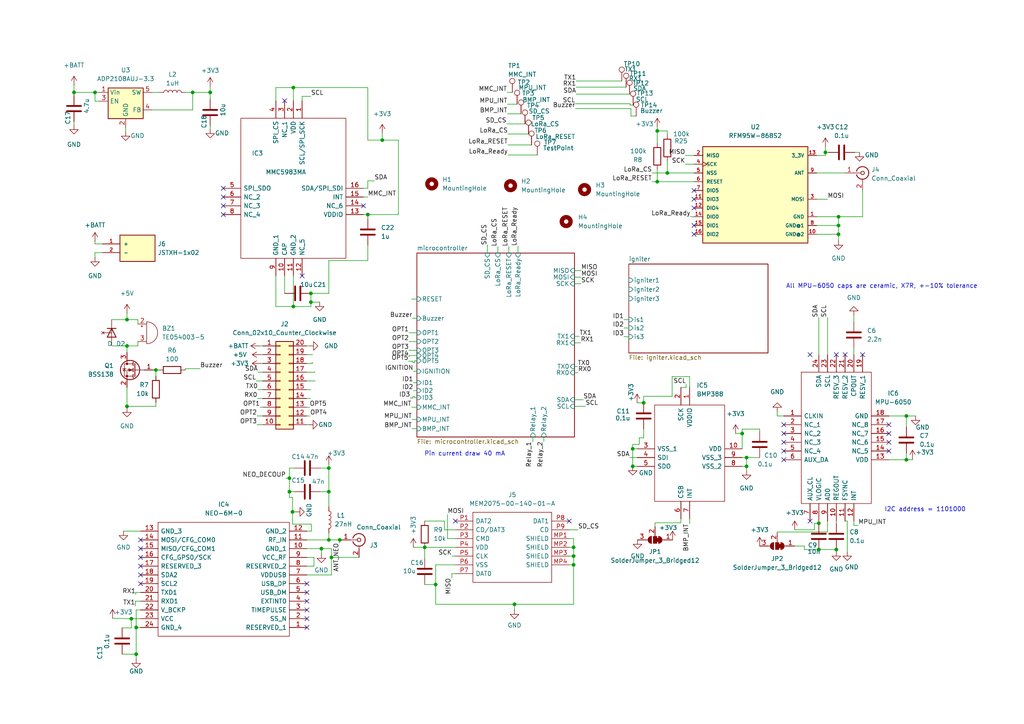
<source format=kicad_sch>
(kicad_sch (version 20211123) (generator eeschema)
  (paper "A4")
  (junction (at 85.09 25.4))
  (junction (at 106.68 62.23))
  (junction (at 36.83 100.33))
  (junction (at 166.37 158.75))
  (junction (at 239.395 44.196))
  (junction (at 126.365 169.545))
  (junction (at 110.871 40.64))
  (junction (at 27.559 26.797))
  (junction (at 242.57 159.385))
  (junction (at 83.947 138.684))
  (junction (at 55.88 26.797))
  (junction (at 95.377 156.591))
  (junction (at 83.947 142.621))
  (junction (at 123.19 158.75))
  (junction (at 243.205 65.405))
  (junction (at 243.205 62.865))
  (junction (at 95.377 135.763))
  (junction (at 60.96 26.797))
  (junction (at 237.49 151.765))
  (junction (at 39.497 181.991))
  (junction (at 215.265 125.73))
  (junction (at 36.83 117.856))
  (junction (at 98.552 156.591))
  (junction (at 36.83 92.71))
  (junction (at 39.497 189.738))
  (junction (at 262.89 133.35))
  (junction (at 190.627 37.973))
  (junction (at 183.515 130.175))
  (junction (at 166.37 163.83))
  (junction (at 90.17 87.63))
  (junction (at 183.515 135.255))
  (junction (at 93.218 159.131))
  (junction (at 96.139 161.671))
  (junction (at 90.17 85.09))
  (junction (at 193.548 50.165))
  (junction (at 237.49 159.385))
  (junction (at 216.535 132.715))
  (junction (at 216.535 135.255))
  (junction (at 85.09 88.9))
  (junction (at 38.1 179.451))
  (junction (at 262.89 120.65))
  (junction (at 21.463 26.797))
  (junction (at 166.37 161.29))
  (junction (at 190.627 52.705))
  (junction (at 45.212 107.315))
  (junction (at 186.69 116.84))
  (junction (at 95.377 142.621))
  (junction (at 84.836 148.463))
  (junction (at 149.225 175.26))
  (junction (at 243.205 67.945))
  (no_connect (at 89.027 181.991))
  (no_connect (at 40.767 169.291))
  (no_connect (at 89.027 174.371))
  (no_connect (at 40.767 161.671))
  (no_connect (at 82.55 29.21))
  (no_connect (at 257.81 123.19))
  (no_connect (at 201.295 65.405))
  (no_connect (at 227.33 128.27))
  (no_connect (at 89.027 169.291))
  (no_connect (at 245.11 102.87))
  (no_connect (at 257.81 125.73))
  (no_connect (at 234.95 151.13))
  (no_connect (at 132.08 151.13))
  (no_connect (at 87.63 80.01))
  (no_connect (at 64.77 62.23))
  (no_connect (at 257.81 130.81))
  (no_connect (at 89.027 176.911))
  (no_connect (at 227.33 133.35))
  (no_connect (at 89.027 179.451))
  (no_connect (at 40.767 159.131))
  (no_connect (at 201.295 55.245))
  (no_connect (at 242.57 102.87))
  (no_connect (at 201.295 57.785))
  (no_connect (at 227.33 123.19))
  (no_connect (at 89.027 171.831))
  (no_connect (at 40.767 166.751))
  (no_connect (at 257.81 128.27))
  (no_connect (at 64.77 54.61))
  (no_connect (at 40.767 164.211))
  (no_connect (at 64.77 57.15))
  (no_connect (at 165.1 151.13))
  (no_connect (at 105.41 59.69))
  (no_connect (at 201.295 67.945))
  (no_connect (at 64.77 59.69))
  (no_connect (at 227.33 125.73))
  (no_connect (at 40.767 156.591))
  (no_connect (at 250.19 102.87))
  (no_connect (at 234.95 102.87))
  (no_connect (at 227.33 130.81))
  (no_connect (at 201.295 60.325))
  (wire (pts (xy 40.767 171.831) (xy 39.37 171.831)))
  (wire (pts (xy 106.68 62.23) (xy 115.57 62.23)))
  (wire (pts (xy 123.19 169.545) (xy 126.365 169.545)))
  (wire (pts (xy 91.059 161.671) (xy 91.059 164.211)))
  (wire (pts (xy 166.624 106.299) (xy 167.513 106.299)))
  (wire (pts (xy 250.19 55.245) (xy 250.19 62.865)))
  (wire (pts (xy 236.855 62.865) (xy 243.205 62.865)))
  (wire (pts (xy 147.066 26.797) (xy 148.59 26.797)))
  (wire (pts (xy 123.19 158.75) (xy 132.08 158.75)))
  (wire (pts (xy 90.17 85.09) (xy 95.377 85.09)))
  (wire (pts (xy 257.81 133.35) (xy 262.89 133.35)))
  (wire (pts (xy 119.507 121.666) (xy 120.904 121.666)))
  (wire (pts (xy 90.297 152.019) (xy 84.836 152.019)))
  (wire (pts (xy 123.19 151.13) (xy 128.905 151.13)))
  (wire (pts (xy 89.027 154.051) (xy 90.297 154.051)))
  (wire (pts (xy 213.36 125.73) (xy 215.265 125.73)))
  (wire (pts (xy 166.624 82.296) (xy 168.529 82.296)))
  (wire (pts (xy 129.794 156.21) (xy 129.794 149.225)))
  (wire (pts (xy 110.871 40.64) (xy 106.68 40.64)))
  (wire (pts (xy 90.297 154.051) (xy 90.297 152.019)))
  (wire (pts (xy 230.505 153.67) (xy 236.22 153.67)))
  (wire (pts (xy 120.269 115.062) (xy 120.269 115.316)))
  (wire (pts (xy 233.299 159.385) (xy 237.49 159.385)))
  (wire (pts (xy 245.745 151.13) (xy 245.11 151.13)))
  (wire (pts (xy 166.624 97.536) (xy 168.021 97.536)))
  (wire (pts (xy 154.559 126.746) (xy 154.559 128.016)))
  (wire (pts (xy 74.676 115.57) (xy 76.2 115.57)))
  (wire (pts (xy 216.535 135.255) (xy 216.535 136.525)))
  (wire (pts (xy 239.395 45.085) (xy 236.855 45.085)))
  (wire (pts (xy 39.497 176.911) (xy 40.767 176.911)))
  (wire (pts (xy 193.548 46.736) (xy 193.548 50.165)))
  (wire (pts (xy 38.1 182.118) (xy 38.1 179.451)))
  (wire (pts (xy 85.344 135.763) (xy 83.947 135.763)))
  (wire (pts (xy 185.42 127) (xy 185.42 128.905)))
  (wire (pts (xy 82.55 80.01) (xy 82.55 85.09)))
  (wire (pts (xy 45.212 117.856) (xy 36.83 117.856)))
  (wire (pts (xy 197.485 150.495) (xy 197.485 151.638)))
  (wire (pts (xy 183.007 31.496) (xy 183.007 33.655)))
  (wire (pts (xy 95.377 142.621) (xy 95.377 146.939)))
  (wire (pts (xy 39.37 171.831) (xy 39.37 172.466)))
  (wire (pts (xy 105.41 54.61) (xy 106.68 54.61)))
  (wire (pts (xy 92.964 135.763) (xy 95.377 135.763)))
  (wire (pts (xy 167.132 23.495) (xy 180.34 23.495)))
  (wire (pts (xy 147.32 42.037) (xy 154.178 42.037)))
  (wire (pts (xy 88.9 100.33) (xy 89.662 100.33)))
  (wire (pts (xy 96.139 161.671) (xy 96.139 159.131)))
  (wire (pts (xy 106.68 52.451) (xy 108.585 52.451)))
  (wire (pts (xy 128.905 151.13) (xy 128.905 153.67)))
  (wire (pts (xy 83.947 144.272) (xy 83.947 142.621)))
  (wire (pts (xy 247.65 151.13) (xy 247.65 152.4)))
  (wire (pts (xy 115.57 40.64) (xy 110.871 40.64)))
  (wire (pts (xy 166.37 158.75) (xy 166.37 156.21)))
  (wire (pts (xy 95.377 85.09) (xy 95.377 75.565)))
  (wire (pts (xy 200.025 150.495) (xy 200.025 151.892)))
  (wire (pts (xy 167.132 25.273) (xy 181.61 25.273)))
  (wire (pts (xy 262.89 120.65) (xy 265.557 120.65)))
  (wire (pts (xy 119.507 124.333) (xy 120.904 124.333)))
  (wire (pts (xy 95.377 154.559) (xy 95.377 156.591)))
  (wire (pts (xy 194.945 114.935) (xy 194.945 109.22)))
  (wire (pts (xy 180.975 97.663) (xy 182.372 97.663)))
  (wire (pts (xy 123.19 158.75) (xy 123.19 161.925)))
  (wire (pts (xy 262.89 120.65) (xy 262.89 123.825)))
  (wire (pts (xy 98.552 156.591) (xy 99.06 156.591)))
  (wire (pts (xy 193.548 37.973) (xy 193.548 39.116)))
  (wire (pts (xy 165.1 158.75) (xy 166.37 158.75)))
  (wire (pts (xy 237.49 92.075) (xy 237.49 102.87)))
  (wire (pts (xy 96.139 166.751) (xy 96.139 161.671)))
  (wire (pts (xy 118.618 101.6) (xy 120.904 101.6)))
  (wire (pts (xy 147.32 38.862) (xy 153.289 38.862)))
  (wire (pts (xy 46.101 107.315) (xy 45.212 107.315)))
  (wire (pts (xy 39.243 174.371) (xy 39.243 175.768)))
  (wire (pts (xy 115.57 62.23) (xy 115.57 40.64)))
  (wire (pts (xy 243.205 62.865) (xy 243.205 65.405)))
  (wire (pts (xy 198.755 45.085) (xy 201.295 45.085)))
  (wire (pts (xy 225.425 120.65) (xy 225.425 119.38)))
  (wire (pts (xy 45.212 109.093) (xy 45.212 107.315)))
  (wire (pts (xy 74.803 107.95) (xy 76.2 107.95)))
  (wire (pts (xy 89.027 159.131) (xy 93.218 159.131)))
  (wire (pts (xy 264.668 133.35) (xy 262.89 133.35)))
  (wire (pts (xy 166.624 115.951) (xy 169.164 115.951)))
  (wire (pts (xy 84.836 148.463) (xy 84.836 144.272)))
  (wire (pts (xy 126.365 163.83) (xy 126.365 169.545)))
  (wire (pts (xy 98.552 156.591) (xy 98.552 157.48)))
  (wire (pts (xy 36.449 36.957) (xy 36.449 38.227)))
  (wire (pts (xy 126.365 169.545) (xy 126.365 175.26)))
  (wire (pts (xy 157.734 126.746) (xy 157.734 128.016)))
  (wire (pts (xy 118.999 115.443) (xy 119.761 115.443)))
  (wire (pts (xy 32.385 100.33) (xy 36.83 100.33)))
  (wire (pts (xy 183.515 128.905) (xy 183.515 130.175)))
  (wire (pts (xy 118.618 99.06) (xy 120.904 99.06)))
  (wire (pts (xy 182.753 30.099) (xy 182.753 30.48)))
  (wire (pts (xy 236.855 65.405) (xy 243.205 65.405)))
  (wire (pts (xy 243.205 65.405) (xy 243.205 67.945)))
  (wire (pts (xy 90.17 87.63) (xy 92.71 87.63)))
  (wire (pts (xy 236.22 153.67) (xy 236.22 151.765)))
  (wire (pts (xy 243.205 67.945) (xy 243.205 69.85)))
  (wire (pts (xy 167.132 27.305) (xy 182.626 27.305)))
  (wire (pts (xy 89.027 161.671) (xy 91.059 161.671)))
  (wire (pts (xy 35.814 154.051) (xy 40.767 154.051)))
  (wire (pts (xy 38.1 179.451) (xy 40.767 179.451)))
  (wire (pts (xy 118.491 104.775) (xy 119.761 104.775)))
  (wire (pts (xy 60.96 26.797) (xy 60.96 28.829)))
  (wire (pts (xy 88.9 107.95) (xy 91.313 107.95)))
  (wire (pts (xy 36.83 112.395) (xy 36.83 117.856)))
  (wire (pts (xy 128.905 153.67) (xy 132.08 153.67)))
  (wire (pts (xy 166.37 156.21) (xy 165.1 156.21)))
  (wire (pts (xy 84.836 148.463) (xy 85.725 148.463)))
  (wire (pts (xy 216.535 132.715) (xy 216.535 135.255)))
  (wire (pts (xy 92.964 142.621) (xy 95.377 142.621)))
  (wire (pts (xy 215.265 124.46) (xy 220.345 124.46)))
  (wire (pts (xy 75.692 102.87) (xy 76.2 102.87)))
  (wire (pts (xy 36.83 100.33) (xy 40.005 100.33)))
  (wire (pts (xy 182.626 132.715) (xy 184.785 132.715)))
  (wire (pts (xy 242.57 151.13) (xy 242.57 151.765)))
  (wire (pts (xy 32.639 179.324) (xy 38.1 179.451)))
  (wire (pts (xy 40.005 93.98) (xy 40.005 92.71)))
  (wire (pts (xy 247.65 152.4) (xy 248.92 152.4)))
  (wire (pts (xy 87.63 27.94) (xy 90.17 27.94)))
  (wire (pts (xy 119.38 86.741) (xy 120.904 86.741)))
  (wire (pts (xy 39.497 191.135) (xy 39.497 189.738)))
  (wire (pts (xy 119.761 104.775) (xy 119.761 105.156)))
  (wire (pts (xy 120.269 115.316) (xy 120.904 115.316)))
  (wire (pts (xy 236.855 50.165) (xy 245.11 50.165)))
  (wire (pts (xy 95.377 75.565) (xy 106.68 75.565)))
  (wire (pts (xy 106.68 62.23) (xy 106.68 63.5)))
  (wire (pts (xy 89.027 164.211) (xy 91.059 164.211)))
  (wire (pts (xy 120.269 105.156) (xy 120.269 104.648)))
  (wire (pts (xy 36.83 117.856) (xy 36.83 118.364)))
  (wire (pts (xy 88.9 105.41) (xy 90.551 105.41)))
  (wire (pts (xy 39.497 181.991) (xy 40.767 181.991)))
  (wire (pts (xy 237.49 151.13) (xy 237.49 151.765)))
  (wire (pts (xy 236.855 57.785) (xy 240.03 57.785)))
  (wire (pts (xy 96.139 161.671) (xy 104.14 161.671)))
  (wire (pts (xy 149.225 175.26) (xy 166.37 175.26)))
  (wire (pts (xy 95.377 156.591) (xy 98.552 156.591)))
  (wire (pts (xy 216.535 132.715) (xy 220.345 132.715)))
  (wire (pts (xy 239.395 44.196) (xy 240.284 44.196)))
  (wire (pts (xy 93.218 159.131) (xy 96.139 159.131)))
  (wire (pts (xy 131.064 166.37) (xy 132.08 166.37)))
  (wire (pts (xy 166.878 31.496) (xy 183.007 31.496)))
  (wire (pts (xy 240.03 92.075) (xy 240.03 102.87)))
  (wire (pts (xy 36.83 90.805) (xy 36.83 92.71)))
  (wire (pts (xy 154.559 128.016) (xy 154.432 128.016)))
  (wire (pts (xy 90.17 85.09) (xy 90.17 87.63)))
  (wire (pts (xy 247.65 100.965) (xy 247.65 102.87)))
  (wire (pts (xy 166.624 108.077) (xy 167.64 108.077)))
  (wire (pts (xy 141.351 71.12) (xy 141.478 71.12)))
  (wire (pts (xy 55.88 26.797) (xy 60.96 26.797)))
  (wire (pts (xy 147.574 71.501) (xy 147.574 73.406)))
  (wire (pts (xy 189.103 50.165) (xy 193.548 50.165)))
  (wire (pts (xy 239.395 42.545) (xy 239.395 44.196)))
  (wire (pts (xy 83.947 142.621) (xy 85.344 142.621)))
  (wire (pts (xy 27.559 70.739) (xy 27.559 69.977)))
  (wire (pts (xy 186.69 114.935) (xy 194.945 114.935)))
  (wire (pts (xy 189.992 151.638) (xy 197.485 151.638)))
  (wire (pts (xy 83.947 138.684) (xy 83.947 142.621)))
  (wire (pts (xy 90.17 88.9) (xy 85.09 88.9)))
  (wire (pts (xy 88.9 113.03) (xy 90.17 113.03)))
  (wire (pts (xy 200.025 109.22) (xy 200.025 112.395)))
  (wire (pts (xy 87.63 29.21) (xy 87.63 27.94)))
  (wire (pts (xy 106.68 25.4) (xy 85.09 25.4)))
  (wire (pts (xy 53.721 106.934) (xy 53.721 107.315)))
  (wire (pts (xy 190.627 36.83) (xy 190.627 37.973)))
  (wire (pts (xy 194.945 109.22) (xy 200.025 109.22)))
  (wire (pts (xy 190.627 52.705) (xy 201.295 52.705)))
  (wire (pts (xy 28.829 29.337) (xy 27.559 29.337)))
  (wire (pts (xy 119.634 92.329) (xy 120.904 92.329)))
  (wire (pts (xy 166.37 161.29) (xy 166.37 158.75)))
  (wire (pts (xy 95.377 135.763) (xy 95.377 142.621)))
  (wire (pts (xy 21.463 26.797) (xy 21.463 27.686)))
  (wire (pts (xy 120.269 104.648) (xy 120.904 104.648)))
  (wire (pts (xy 118.618 103.124) (xy 120.904 103.124)))
  (wire (pts (xy 35.433 182.118) (xy 38.1 182.118)))
  (wire (pts (xy 126.365 175.26) (xy 149.225 175.26)))
  (wire (pts (xy 180.975 95.123) (xy 182.372 95.123)))
  (wire (pts (xy 215.265 130.175) (xy 215.265 125.73)))
  (wire (pts (xy 88.9 115.57) (xy 90.043 115.57)))
  (wire (pts (xy 91.313 107.95) (xy 91.313 107.823)))
  (wire (pts (xy 183.515 130.175) (xy 183.515 135.255)))
  (wire (pts (xy 60.96 36.449) (xy 60.96 37.465)))
  (wire (pts (xy 95.377 134.747) (xy 95.377 135.763)))
  (wire (pts (xy 28.829 26.797) (xy 27.559 26.797)))
  (wire (pts (xy 245.745 160.02) (xy 245.745 151.13)))
  (wire (pts (xy 88.9 118.11) (xy 89.789 118.11)))
  (wire (pts (xy 166.878 30.099) (xy 182.753 30.099)))
  (wire (pts (xy 215.265 135.255) (xy 216.535 135.255)))
  (wire (pts (xy 85.09 29.21) (xy 85.09 25.4)))
  (wire (pts (xy 75.692 105.41) (xy 76.2 105.41)))
  (wire (pts (xy 240.03 154.305) (xy 225.425 154.305)))
  (wire (pts (xy 149.987 30.226) (xy 147.193 30.226)))
  (wire (pts (xy 55.88 26.797) (xy 55.88 31.877)))
  (wire (pts (xy 237.49 159.385) (xy 242.57 159.385)))
  (wire (pts (xy 90.17 87.63) (xy 90.17 88.9)))
  (wire (pts (xy 199.009 112.395) (xy 199.009 111.506)))
  (wire (pts (xy 119.888 110.998) (xy 120.904 110.998)))
  (wire (pts (xy 106.68 40.64) (xy 106.68 25.4)))
  (wire (pts (xy 225.425 154.305) (xy 225.425 154.559)))
  (wire (pts (xy 119.888 158.75) (xy 123.19 158.75)))
  (wire (pts (xy 76.2 120.65) (xy 74.549 120.65)))
  (wire (pts (xy 242.57 159.385) (xy 242.57 160.02)))
  (wire (pts (xy 27.559 29.337) (xy 27.559 26.797)))
  (wire (pts (xy 215.265 125.73) (xy 215.265 124.46)))
  (wire (pts (xy 74.803 113.03) (xy 76.2 113.03)))
  (wire (pts (xy 165.1 161.29) (xy 166.37 161.29)))
  (wire (pts (xy 119.888 113.284) (xy 120.904 113.284)))
  (wire (pts (xy 36.83 92.71) (xy 32.385 92.71)))
  (wire (pts (xy 243.205 62.865) (xy 250.19 62.865)))
  (wire (pts (xy 166.624 117.856) (xy 169.799 117.856)))
  (wire (pts (xy 118.618 103.505) (xy 118.618 103.124)))
  (wire (pts (xy 198.755 47.625) (xy 201.295 47.625)))
  (wire (pts (xy 105.41 57.15) (xy 106.68 57.15)))
  (wire (pts (xy 184.785 135.255) (xy 183.515 135.255)))
  (wire (pts (xy 35.433 189.738) (xy 39.497 189.738)))
  (wire (pts (xy 21.463 24.638) (xy 21.463 26.797)))
  (wire (pts (xy 165.1 163.83) (xy 166.37 163.83)))
  (wire (pts (xy 85.09 25.4) (xy 80.01 25.4)))
  (wire (pts (xy 155.829 44.958) (xy 147.32 44.958)))
  (wire (pts (xy 27.559 70.739) (xy 29.718 70.739)))
  (wire (pts (xy 75.311 100.33) (xy 76.2 100.33)))
  (wire (pts (xy 44.069 26.797) (xy 46.228 26.797)))
  (wire (pts (xy 185.42 128.905) (xy 183.515 128.905)))
  (wire (pts (xy 75.438 118.11) (xy 76.2 118.11)))
  (wire (pts (xy 39.497 189.738) (xy 39.497 181.991)))
  (wire (pts (xy 27.559 73.279) (xy 27.559 74.676)))
  (wire (pts (xy 147.193 33.02) (xy 151.13 33.02)))
  (wire (pts (xy 239.395 44.196) (xy 239.395 45.085)))
  (wire (pts (xy 39.497 181.991) (xy 39.497 176.911)))
  (wire (pts (xy 80.01 80.01) (xy 80.01 88.9)))
  (wire (pts (xy 233.299 158.369) (xy 233.299 159.385)))
  (wire (pts (xy 60.96 25.019) (xy 60.96 26.797)))
  (wire (pts (xy 82.931 138.684) (xy 83.947 138.684)))
  (wire (pts (xy 230.505 158.369) (xy 233.299 158.369)))
  (wire (pts (xy 119.761 115.443) (xy 119.761 115.062)))
  (wire (pts (xy 119.761 115.062) (xy 120.269 115.062)))
  (wire (pts (xy 166.624 99.441) (xy 168.402 99.441)))
  (wire (pts (xy 166.37 175.26) (xy 166.37 163.83)))
  (wire (pts (xy 27.559 26.797) (xy 21.463 26.797)))
  (wire (pts (xy 88.9 110.49) (xy 91.44 110.49)))
  (wire (pts (xy 257.81 120.65) (xy 262.89 120.65)))
  (wire (pts (xy 105.41 62.23) (xy 106.68 62.23)))
  (wire (pts (xy 131.064 166.37) (xy 131.064 167.64)))
  (wire (pts (xy 131.064 161.29) (xy 132.08 161.29)))
  (wire (pts (xy 200.279 62.865) (xy 201.295 62.865)))
  (wire (pts (xy 247.65 91.44) (xy 247.65 93.345)))
  (wire (pts (xy 21.463 35.306) (xy 21.463 36.322)))
  (wire (pts (xy 262.89 133.35) (xy 262.89 131.445)))
  (wire (pts (xy 88.9 123.19) (xy 89.535 123.19)))
  (wire (pts (xy 89.027 166.751) (xy 96.139 166.751)))
  (wire (pts (xy 146.939 35.941) (xy 152.273 35.941)))
  (wire (pts (xy 166.37 163.83) (xy 166.37 161.29)))
  (wire (pts (xy 74.295 110.49) (xy 76.2 110.49)))
  (wire (pts (xy 119.888 107.696) (xy 120.904 107.696)))
  (wire (pts (xy 180.975 92.71) (xy 182.372 92.71)))
  (wire (pts (xy 240.03 151.13) (xy 240.03 154.305)))
  (wire (pts (xy 132.08 163.83) (xy 126.365 163.83)))
  (wire (pts (xy 53.848 26.797) (xy 55.88 26.797)))
  (wire (pts (xy 80.01 88.9) (xy 85.09 88.9)))
  (wire (pts (xy 45.212 116.713) (xy 45.212 117.856)))
  (wire (pts (xy 166.624 80.391) (xy 168.529 80.391)))
  (wire (pts (xy 197.485 112.395) (xy 199.009 112.395)))
  (wire (pts (xy 184.785 116.84) (xy 186.69 116.84)))
  (wire (pts (xy 83.947 135.763) (xy 83.947 138.684)))
  (wire (pts (xy 55.88 31.877) (xy 44.069 31.877)))
  (wire (pts (xy 40.005 100.33) (xy 40.005 99.06)))
  (wire (pts (xy 185.42 127) (xy 186.69 127)))
  (wire (pts (xy 183.515 130.175) (xy 184.785 130.175)))
  (wire (pts (xy 165.1 153.67) (xy 167.64 153.67)))
  (wire (pts (xy 166.624 78.486) (xy 168.529 78.486)))
  (wire (pts (xy 190.627 37.973) (xy 190.627 41.529)))
  (wire (pts (xy 186.69 127) (xy 186.69 124.46)))
  (wire (pts (xy 119.38 118.11) (xy 120.904 118.11)))
  (wire (pts (xy 85.09 88.9) (xy 85.09 80.01)))
  (wire (pts (xy 80.01 25.4) (xy 80.01 29.21)))
  (wire (pts (xy 236.22 151.765) (xy 237.49 151.765)))
  (wire (pts (xy 119.761 105.156) (xy 120.269 105.156)))
  (wire (pts (xy 90.551 105.156) (xy 90.678 105.156)))
  (wire (pts (xy 220.345 124.46) (xy 220.345 125.095)))
  (wire (pts (xy 93.218 159.131) (xy 93.218 160.655)))
  (wire (pts (xy 40.767 174.371) (xy 39.243 174.371)))
  (wire (pts (xy 90.551 105.41) (xy 90.551 105.156)))
  (wire (pts (xy 132.08 156.21) (xy 129.794 156.21)))
  (wire (pts (xy 141.351 73.406) (xy 141.351 71.12)))
  (wire (pts (xy 45.212 107.315) (xy 44.45 107.315)))
  (wire (pts (xy 215.265 132.715) (xy 216.535 132.715)))
  (wire (pts (xy 144.399 71.501) (xy 144.399 73.406)))
  (wire (pts (xy 58.039 106.934) (xy 53.721 106.934)))
  (wire (pts (xy 89.027 156.591) (xy 95.377 156.591)))
  (wire (pts (xy 190.627 49.149) (xy 190.627 52.705)))
  (wire (pts (xy 84.836 144.272) (xy 83.947 144.272)))
  (wire (pts (xy 193.548 50.165) (xy 201.295 50.165)))
  (wire (pts (xy 236.855 67.945) (xy 243.205 67.945)))
  (wire (pts (xy 182.753 30.48) (xy 183.642 30.48)))
  (wire (pts (xy 36.83 100.33) (xy 36.83 102.235)))
  (wire (pts (xy 247.904 44.196) (xy 249.301 44.196)))
  (wire (pts (xy 106.68 75.565) (xy 106.68 71.12)))
  (wire (pts (xy 27.559 73.279) (xy 29.718 73.279)))
  (wire (pts (xy 40.005 92.71) (xy 36.83 92.71)))
  (wire (pts (xy 76.2 123.19) (xy 74.549 123.19)))
  (wire (pts (xy 186.69 116.84) (xy 186.69 114.935)))
  (wire (pts (xy 227.33 120.65) (xy 225.425 120.65)))
  (wire (pts (xy 190.627 37.973) (xy 193.548 37.973)))
  (wire (pts (xy 110.871 38.608) (xy 110.871 40.64)))
  (wire (pts (xy 88.9 102.87) (xy 90.678 102.87)))
  (wire (pts (xy 189.992 151.638) (xy 189.992 152.781)))
  (wire (pts (xy 88.9 120.65) (xy 89.916 120.65)))
  (wire (pts (xy 106.68 54.61) (xy 106.68 52.451)))
  (wire (pts (xy 150.241 71.374) (xy 150.241 73.406)))
  (wire (pts (xy 264.668 133.096) (xy 264.668 133.35)))
  (wire (pts (xy 149.225 176.911) (xy 149.225 175.26)))
  (wire (pts (xy 118.618 96.52) (xy 120.904 96.52)))
  (wire (pts (xy 183.007 33.655) (xy 184.531 33.655)))
  (wire (pts (xy 189.103 52.705) (xy 190.627 52.705)))
  (wire (pts (xy 84.836 152.019) (xy 84.836 148.463)))
  (text "I2C address = 1101000" (at 256.54 148.59 0) (effects (font (size 1.27 1.27)) (justify left bottom)))
  (text "All MPU-6050 caps are ceramic, X7R, +-10% tolerance" (at 227.965 83.82 0) (effects (font (size 1.27 1.27)) (justify left bottom)))
  (text "Pin current draw 40 mA\n" (at 123.063 132.461 0) (effects (font (size 1.27 1.27)) (justify left bottom)))
  (label "RX0" (at 167.64 108.077 0))
  (label "SCL" (at 240.03 92.075 90))
  (label "Buzzer" (at 119.634 92.329 180))
  (label "LoRa_Ready" (at 200.279 62.865 180))
  (label "LoRa_CS" (at 147.32 38.862 180))
  (label "SDA" (at 74.803 107.95 180))
  (label "SD_CS" (at 141.478 71.12 90))
  (label "RX1" (at 167.132 25.273 180))
  (label "BMP_INT" (at 119.507 124.333 180))
  (label "TX0" (at 74.803 113.03 180))
  (label "SCL" (at 166.878 30.099 180))
  (label "SD_CS" (at 167.64 153.67 0))
  (label "MPU_INT" (at 248.92 152.4 0))
  (label "TX1" (at 168.021 97.536 0))
  (label "ANT_NEO" (at 98.552 157.48 270))
  (label "OPT1" (at 75.438 118.11 180))
  (label "SCL" (at 90.17 27.94 0))
  (label "MPU_INT" (at 147.193 30.226 180))
  (label "LoRa_CS" (at 144.399 71.501 90))
  (label "OPT3" (at 118.618 101.6 180))
  (label "LoRa_Ready" (at 150.241 71.374 90))
  (label "SCK" (at 168.529 82.296 0))
  (label "OPT4" (at 118.618 103.505 180))
  (label "BMP_INT" (at 200.025 151.892 270))
  (label "MMC_INT" (at 119.38 118.11 180))
  (label "SCK" (at 131.064 161.29 180))
  (label "OPT2" (at 118.618 99.06 180))
  (label "LoRa_CS" (at 189.103 50.165 180))
  (label "SCK" (at 198.755 47.625 180))
  (label "MISO" (at 168.529 78.486 0))
  (label "SDA" (at 108.585 52.451 0))
  (label "MOSI" (at 129.794 149.225 0))
  (label "MOSI" (at 168.529 80.391 0))
  (label "SDA" (at 237.49 92.075 90))
  (label "SDA" (at 167.132 27.305 180))
  (label "ID3" (at 180.975 97.663 180))
  (label "Relay_2" (at 157.734 128.016 270))
  (label "Relay_1" (at 154.432 128.016 270))
  (label "SCL" (at 74.295 110.49 180))
  (label "SDA" (at 169.164 115.951 0))
  (label "MMC_INT" (at 106.68 57.15 0))
  (label "TX0" (at 167.513 106.299 0))
  (label "OPT3" (at 74.549 123.19 180))
  (label "ID1" (at 119.888 110.998 180))
  (label "MMC_INT" (at 147.066 26.797 180))
  (label "ID1" (at 180.975 92.71 180))
  (label "NEO_DECOUP" (at 82.931 138.684 180))
  (label "SD_CS" (at 146.939 35.941 180))
  (label "LoRa_RESET" (at 147.574 71.501 90))
  (label "RX0" (at 74.676 115.57 180))
  (label "ID2" (at 180.975 95.123 180))
  (label "OPT5" (at 118.491 104.775 180))
  (label "SCL" (at 199.009 111.506 180))
  (label "LoRa_RESET" (at 189.103 52.705 180))
  (label "Buzzer" (at 166.878 31.496 180))
  (label "TX1" (at 39.243 175.768 180))
  (label "RX1" (at 39.37 172.466 180))
  (label "RX1" (at 168.402 99.441 0))
  (label "TX1" (at 167.132 23.495 180))
  (label "LoRa_Ready" (at 147.32 44.958 180))
  (label "IGNITION" (at 119.888 107.696 180))
  (label "ID3" (at 118.999 115.443 180))
  (label "OPT2" (at 74.549 120.65 180))
  (label "SDA" (at 182.626 132.715 180))
  (label "OPT1" (at 118.618 96.52 180))
  (label "MISO" (at 131.064 167.64 270))
  (label "BMP_INT" (at 147.193 33.02 180))
  (label "LoRa_RESET" (at 147.32 42.037 180))
  (label "SCL" (at 169.799 117.856 0))
  (label "OPT4" (at 89.916 120.65 0))
  (label "OPT5" (at 89.789 118.11 0))
  (label "Buzzer" (at 58.039 106.934 0))
  (label "ID2" (at 119.888 113.284 180))
  (label "MPU_INT" (at 119.507 121.666 180))
  (label "MOSI" (at 240.03 57.785 0))
  (label "MISO" (at 198.755 45.085 180))
  (symbol (lib_id "Device:C") (at 186.69 120.65 0) (mirror y) (unit 1)
    (property "Reference" "C11" (at 178.816 119.253 0) (effects (justify right)))
    (property "Value" "0.1u" (at 178.435 121.285 0) (effects (justify right)))
    (property "Footprint" "Capacitor_SMD:C_0603_1608Metric" (effects hide))
  )
  (symbol (lib_id "power:+3V3") (at 95.377 134.747 0) (unit 1)
    (property "Reference" "#PWR019" (effects hide))
    (property "Value" "+3V3" (at 97.536 131.445 0))
  )
  (symbol (lib_id "power:+BATT") (at 27.559 69.977 0) (unit 1)
    (property "Reference" "#PWR015" (effects hide))
    (property "Value" "+BATT" (at 27.559 65.278 0))
  )
  (symbol (lib_id "power:GND") (at 183.515 135.255 0) (unit 1)
    (property "Reference" "#PWR024" (effects hide))
    (property "Value" "GND" (at 187.325 137.16 0))
  )
  (symbol (lib_id "power:GND") (at 39.497 191.135 0) (unit 1)
    (property "Reference" "#PWR08" (effects hide))
    (property "Value" "GND" (at 39.497 194.691 0))
  )
  (symbol (lib_id "power:GND") (at 89.535 123.19 90) (unit 1)
    (property "Reference" "#PWR040" (effects hide))
    (property "Value" "GND" (at 92.329 123.19 90) (effects (justify right)))
  )
  (symbol (lib_id "Device:C") (at 242.57 155.575 0) (unit 1)
    (property "Reference" "C8" (at 246.38 154.3049 0) (effects (justify left)))
    (property "Value" "0.1u" (at 246.38 156.8449 0) (effects (justify left)))
    (property "Footprint" "Capacitor_SMD:C_0603_1608Metric" (effects hide))
  )
  (symbol (lib_id "Device:R") (at 190.627 45.339 180) (unit 1)
    (property "Reference" "R8" (at 186.309 46.355 0) (effects (justify left)))
    (property "Value" "100k" (at 187.579 43.815 0) (effects (justify left)))
    (property "Footprint" "Resistor_SMD:R_0603_1608Metric" (effects hide))
  )
  (symbol (lib_id "Device:L") (at 50.038 26.797 90) (unit 1)
    (property "Reference" "L2" (at 50.038 21.59 90))
    (property "Value" "1uH" (at 50.038 24.13 90))
    (property "Footprint" "Inductor_SMD:L_0805_2012Metric" (effects hide))
  )
  (symbol (lib_id "power:+3V3") (at 184.785 116.84 0) (unit 1)
    (property "Reference" "#PWR025" (effects hide))
    (property "Value" "+3V3" (at 183.007 116.459 90) (effects (justify left)))
  )
  (symbol (lib_id "power:GND") (at 21.463 36.322 0) (unit 1)
    (property "Reference" "#PWR0116" (effects hide))
    (property "Value" "GND" (at 21.463 41.91 0))
  )
  (symbol (lib_id "power:+3V3") (at 119.888 158.75 0) (unit 1)
    (property "Reference" "#PWR022" (effects hide))
    (property "Value" "+3V3" (at 119.888 154.94 90) (effects (justify left)))
  )
  (symbol (lib_id "Connector:TestPoint") (at 184.531 33.655 0) (unit 1)
    (property "Reference" "TP14" (at 185.801 30.48 0) (effects (justify left)))
    (property "Value" "Buzzer" (at 185.674 32.131 0) (effects (justify left)))
    (property "Footprint" "TestPoint:TestPoint_Pad_D1.0mm" (effects hide))
  )
  (symbol (lib_id "power:GND") (at 60.96 37.465 0) (unit 1)
    (property "Reference" "#PWR0105" (effects hide))
    (property "Value" "GND" (at 64.389 38.608 0))
  )
  (symbol (lib_id "power:GND") (at 149.225 176.911 0) (unit 1)
    (property "Reference" "#PWR023" (effects hide))
    (property "Value" "GND" (at 149.225 181.356 0))
  )
  (symbol (lib_id "Device:C") (at 262.89 127.635 0) (unit 1)
    (property "Reference" "C7" (at 266.7 126.3649 0) (effects (justify left)))
    (property "Value" "0.1u" (at 266.7 128.9049 0) (effects (justify left)))
    (property "Footprint" "Capacitor_SMD:C_0603_1608Metric" (effects hide))
  )
  (symbol (lib_id "Device:R") (at 193.548 42.926 0) (mirror x) (unit 1)
    (property "Reference" "R25" (at 195.58 40.894 0) (effects (justify left)))
    (property "Value" "100k" (at 195.199 38.862 0) (effects (justify left)))
    (property "Footprint" "Resistor_SMD:R_0603_1608Metric" (effects hide))
  )
  (symbol (lib_id "power:+3V3") (at 32.639 179.324 0) (mirror y) (unit 1)
    (property "Reference" "#PWR03" (effects hide))
    (property "Value" "+3V3" (at 35.814 177.546 0))
  )
  (symbol (lib_id "Device:C") (at 35.433 185.928 0) (unit 1)
    (property "Reference" "C13" (at 28.956 189.357 90))
    (property "Value" "0.1u" (at 30.988 186.055 90))
    (property "Footprint" "Capacitor_SMD:C_0603_1608Metric" (effects hide))
  )
  (symbol (lib_id "Device:C") (at 123.19 165.735 0) (unit 1)
    (property "Reference" "C16" (at 118.999 163.195 0) (effects (justify left)))
    (property "Value" "10u" (at 116.84 165.608 0) (effects (justify left)))
    (property "Footprint" "Capacitor_SMD:C_0603_1608Metric" (effects hide))
  )
  (symbol (lib_id "power:GND") (at 245.745 160.02 0) (unit 1)
    (property "Reference" "#PWR033" (effects hide))
    (property "Value" "GND" (at 247.015 164.465 0))
  )
  (symbol (lib_id "Connector:TestPoint") (at 153.289 38.862 0) (unit 1)
    (property "Reference" "TP5" (at 154.305 34.163 0) (effects (justify left)))
    (property "Value" "LoRa_CS" (at 153.924 35.941 0) (effects (justify left)))
    (property "Footprint" "TestPoint:TestPoint_Pad_D1.0mm" (effects hide))
  )
  (symbol (lib_id "power:GND") (at 85.725 148.463 90) (unit 1)
    (property "Reference" "#PWR014" (effects hide))
    (property "Value" "GND" (at 89.662 147.955 0))
  )
  (symbol (lib_id "Mechanical:MountingHole") (at 169.545 54.991 0) (unit 1)
    (property "Reference" "H3" (at 172.72 53.7209 0) (effects (justify left)))
    (property "Value" "MountingHole" (at 172.72 56.2609 0) (effects (justify left)))
    (property "Footprint" "MountingHole:MountingHole_3.2mm_M3" (effects hide))
  )
  (symbol (lib_id "Connector:TestPoint") (at 151.13 33.02 0) (unit 1)
    (property "Reference" "TP3" (at 151.384 27.051 0) (effects (justify left)))
    (property "Value" "BMP_INT" (at 151.511 28.956 0) (effects (justify left)))
    (property "Footprint" "TestPoint:TestPoint_Pad_D1.0mm" (effects hide))
  )
  (symbol (lib_id "Device:L") (at 95.377 150.749 0) (unit 1)
    (property "Reference" "L1" (at 97.663 149.4789 0) (effects (justify left)))
    (property "Value" "27nH" (at 97.028 152.019 0) (effects (justify left)))
    (property "Footprint" "Inductor_SMD:L_0402_1005Metric" (effects hide))
  )
  (symbol (lib_id "power:+5V") (at 36.83 90.805 0) (unit 1)
    (property "Reference" "#PWR04" (effects hide))
    (property "Value" "+5V" (at 36.83 85.09 0))
  )
  (symbol (lib_id "Device:C") (at 89.154 135.763 90) (unit 1)
    (property "Reference" "C14" (at 86.487 132.461 90))
    (property "Value" "47n" (at 90.551 132.461 90))
    (property "Footprint" "Capacitor_SMD:C_0603_1608Metric" (effects hide))
  )
  (symbol (lib_id "Device:R") (at 49.911 107.315 270) (mirror x) (unit 1)
    (property "Reference" "R6" (at 49.911 101.6 90))
    (property "Value" "100" (at 49.911 104.14 90))
    (property "Footprint" "Resistor_SMD:R_0603_1608Metric" (effects hide))
  )
  (symbol (lib_id "Device:C") (at 106.68 67.31 0) (unit 1)
    (property "Reference" "C22" (at 110.49 66.0399 0) (effects (justify left)))
    (property "Value" "1u" (at 110.49 68.5799 0) (effects (justify left)))
    (property "Footprint" "Capacitor_SMD:C_0603_1608Metric" (effects hide))
  )
  (symbol (lib_id "power:+3V3") (at 239.395 42.545 0) (unit 1)
    (property "Reference" "#PWR0102" (effects hide))
    (property "Value" "+3V3" (at 239.395 36.83 0))
  )
  (symbol (lib_id "Connector:TestPoint") (at 148.59 26.797 0) (unit 1)
    (property "Reference" "TP1" (at 147.32 19.05 0) (effects (justify left)))
    (property "Value" "MMC_INT" (at 147.32 21.59 0) (effects (justify left)))
    (property "Footprint" "TestPoint:TestPoint_Pad_D1.0mm" (effects hide))
  )
  (symbol (lib_id "Connector:TestPoint") (at 183.642 30.48 0) (unit 1)
    (property "Reference" "TP13" (at 184.658 27.051 0) (effects (justify left)))
    (property "Value" "SCL" (at 184.404 28.829 0) (effects (justify left)))
    (property "Footprint" "TestPoint:TestPoint_Pad_D1.0mm" (effects hide))
  )
  (symbol (lib_id "Jumper:SolderJumper_3_Bridged12") (at 225.425 158.369 180) (unit 1)
    (property "Reference" "JP2" (at 225.425 162.052 0))
    (property "Value" "SolderJumper_3_Bridged12" (at 225.425 164.592 0))
    (property "Footprint" "Jumper:SolderJumper-3_P1.3mm_Bridged12_Pad1.0x1.5mm_NumberLabels" (effects hide))
  )
  (symbol (lib_id "Mechanical:MountingHole") (at 125.222 53.34 0) (unit 1)
    (property "Reference" "H1" (at 128.27 52.0699 0) (effects (justify left)))
    (property "Value" "MountingHole" (at 128.27 54.6099 0) (effects (justify left)))
    (property "Footprint" "MountingHole:MountingHole_3.2mm_M3" (effects hide))
  )
  (symbol (lib_id "MMC5983MA:MMC5983MA") (at 64.77 54.61 0) (unit 1)
    (property "Reference" "IC3" (at 74.676 44.45 0))
    (property "Value" "MMC5983MA" (at 82.931 49.911 0))
    (property "Footprint" "Footprint:MMC5983MA" (effects hide))
    (property "Datasheet" "https://www.mouser.com/datasheet/2/821/Memsic_09102019_MMC5983MA_Datasheet_Rev_A-1635338.pdf" (effects hide))
    (property "Description" "3-AXIS MAGNETIC SENSOR" (effects hide))
    (property "Height" "1" (effects hide))
    (property "Manufacturer_Name" "MEMSIC" (effects hide))
    (property "Manufacturer_Part_Number" "MMC5983MA" (effects hide))
    (property "Mouser Part Number" "438-MMC5983MA" (effects hide))
    (property "Mouser Price/Stock" "https://www.mouser.co.uk/ProductDetail/MEMSIC/MMC5983MA?qs=B6kkDfuK7%2FD5qasHMdEt2g%3D%3D" (effects hide))
    (property "Arrow Part Number" "MMC5983MA" (effects hide))
    (property "Arrow Price/Stock" "https://www.arrow.com/en/products/mmc5983ma/memsic?region=europe" (effects hide))
  )
  (symbol (lib_id "power:+3V3") (at 264.668 133.096 0) (mirror y) (unit 1)
    (property "Reference" "#PWR036" (effects hide))
    (property "Value" "+3V3" (at 268.224 131.191 0))
  )
  (symbol (lib_id "power:GND") (at 225.425 119.38 180) (unit 1)
    (property "Reference" "#PWR030" (effects hide))
    (property "Value" "GND" (at 225.425 113.665 0))
  )
  (symbol (lib_id "power:+BATT") (at 75.311 100.33 90) (unit 1)
    (property "Reference" "#PWR011" (effects hide))
    (property "Value" "+BATT" (at 72.136 100.3299 90) (effects (justify left)))
  )
  (symbol (lib_id "Device:R") (at 123.19 154.94 0) (unit 1)
    (property "Reference" "R9" (at 125.73 153.6699 0) (effects (justify left)))
    (property "Value" "10k" (at 125.73 156.2099 0) (effects (justify left)))
    (property "Footprint" "Resistor_SMD:R_0603_1608Metric" (effects hide))
  )
  (symbol (lib_id "power:+3V3") (at 230.505 153.67 0) (unit 1)
    (property "Reference" "#PWR031" (effects hide))
    (property "Value" "+3V3" (at 230.505 148.717 0))
  )
  (symbol (lib_id "power:+3V3") (at 195.072 156.591 0) (mirror y) (unit 1)
    (property "Reference" "#PWR044" (effects hide))
    (property "Value" "+3V3" (at 193.802 153.035 0))
  )
  (symbol (lib_id "power:GND") (at 35.814 154.051 0) (unit 1)
    (property "Reference" "#PWR06" (effects hide))
    (property "Value" "GND" (at 35.814 158.75 0))
  )
  (symbol (lib_id "Connector:TestPoint") (at 155.829 44.958 0) (unit 1)
    (property "Reference" "TP7" (at 157.734 41.275 0) (effects (justify left)))
    (property "Value" "TestPoint" (at 157.48 42.9259 0) (effects (justify left)))
    (property "Footprint" "TestPoint:TestPoint_Pad_D1.0mm" (effects hide))
  )
  (symbol (lib_id "power:+BATT") (at 21.463 24.638 0) (mirror y) (unit 1)
    (property "Reference" "#PWR0115" (effects hide))
    (property "Value" "+BATT" (at 21.463 18.923 0))
  )
  (symbol (lib_id "power:GND") (at 216.535 136.525 0) (unit 1)
    (property "Reference" "#PWR029" (effects hide))
    (property "Value" "GND" (at 216.535 141.605 0))
  )
  (symbol (lib_id "power:GND") (at 184.912 156.591 0) (unit 1)
    (property "Reference" "#PWR027" (effects hide))
    (property "Value" "GND" (at 184.912 161.29 0))
  )
  (symbol (lib_id "Mechanical:MountingHole") (at 164.211 64.262 0) (unit 1)
    (property "Reference" "H4" (at 167.64 62.9919 0) (effects (justify left)))
    (property "Value" "MountingHole" (at 167.64 65.5319 0) (effects (justify left)))
    (property "Footprint" "MountingHole:MountingHole_3.2mm_M3" (effects hide))
  )
  (symbol (lib_id "Device:C") (at 244.094 44.196 90) (unit 1)
    (property "Reference" "C12" (at 244.094 36.83 90))
    (property "Value" "0.1u" (at 244.094 39.37 90))
    (property "Footprint" "Capacitor_SMD:C_0603_1608Metric" (effects hide))
  )
  (symbol (lib_id "power:+5V") (at 75.692 102.87 90) (unit 1)
    (property "Reference" "#PWR012" (effects hide))
    (property "Value" "+5V" (at 71.628 102.8699 90) (effects (justify left)))
  )
  (symbol (lib_id "Connector:TestPoint") (at 154.178 42.037 0) (unit 1)
    (property "Reference" "TP6" (at 154.94 37.846 0) (effects (justify left)))
    (property "Value" "LoRa_RESET" (at 155.321 39.624 0) (effects (justify left)))
    (property "Footprint" "TestPoint:TestPoint_Pad_D1.0mm" (effects hide))
  )
  (symbol (lib_id "power:+3V3") (at 220.345 158.369 0) (unit 1)
    (property "Reference" "#PWR045" (effects hide))
    (property "Value" "+3V3" (at 220.345 153.67 0))
  )
  (symbol (lib_id "Connector:TestPoint") (at 181.61 25.273 0) (unit 1)
    (property "Reference" "TP11" (at 182.626 21.3361 0) (effects (justify left)))
    (property "Value" "RX1" (at 182.372 22.733 0) (effects (justify left)))
    (property "Footprint" "TestPoint:TestPoint_Pad_D1.0mm" (effects hide))
  )
  (symbol (lib_id "Connector:TestPoint") (at 152.273 35.941 0) (unit 1)
    (property "Reference" "TP4" (at 152.781 30.607 0) (effects (justify left)))
    (property "Value" "SD_CS" (at 153.289 32.258 0) (effects (justify left)))
    (property "Footprint" "TestPoint:TestPoint_Pad_D1.0mm" (effects hide))
  )
  (symbol (lib_id "MPU-6050:MPU-6050") (at 227.33 120.65 0) (unit 1)
    (property "Reference" "IC6" (at 259.08 114.0712 0))
    (property "Value" "MPU-6050" (at 259.08 116.6112 0))
    (property "Footprint" "Footprint:MPU6050" (effects hide))
    (property "Datasheet" "https://product.tdk.com/system/files/dam/doc/product/sensor/mortion-inertial/imu/data_sheet/mpu-6000-datasheet1.pdf" (effects hide))
    (property "Description" "IMUs - Inertial Measurement Units 6-Axis MEMS MotionTracking  Device with DMP" (effects hide))
    (property "Height" "0.95" (effects hide))
    (property "Manufacturer_Name" "TDK" (effects hide))
    (property "Manufacturer_Part_Number" "MPU-6050" (effects hide))
    (property "Mouser Part Number" "410-MPU-6050" (effects hide))
    (property "Mouser Price/Stock" "https://www.mouser.co.uk/ProductDetail/TDK-InvenSense/MPU-6050?qs=u4fy%2FsgLU9O14B5JgyQFvg%3D%3D" (effects hide))
    (property "Arrow Part Number" "MPU-6050" (effects hide))
    (property "Arrow Price/Stock" "https://www.arrow.com/en/products/mpu-6050/invensense?region=nac" (effects hide))
  )
  (symbol (lib_id "power:GND") (at 27.559 74.676 0) (unit 1)
    (property "Reference" "#PWR0103" (effects hide))
    (property "Value" "GND" (at 27.559 80.01 0))
  )
  (symbol (lib_id "Device:C") (at 60.96 32.639 180) (unit 1)
    (property "Reference" "C18" (at 59.182 35.306 90))
    (property "Value" "10u" (at 64.643 31.877 90))
    (property "Footprint" "Capacitor_SMD:C_0603_1608Metric" (effects hide))
  )
  (symbol (lib_id "power:GND") (at 93.218 160.655 0) (unit 1)
    (property "Reference" "#PWR018" (effects hide))
    (property "Value" "GND" (at 93.218 165.354 0))
  )
  (symbol (lib_id "Jumper:SolderJumper_3_Bridged12") (at 189.992 156.591 180) (unit 1)
    (property "Reference" "JP1" (at 189.992 160.02 0))
    (property "Value" "SolderJumper_3_Bridged12" (at 189.992 162.56 0))
    (property "Footprint" "Jumper:SolderJumper-3_P1.3mm_Bridged12_Pad1.0x1.5mm_NumberLabels" (effects hide))
  )
  (symbol (lib_id "Connector:Conn_Coaxial") (at 250.19 50.165 0) (unit 1)
    (property "Reference" "J4" (at 252.73 49.1881 0) (effects (justify left)))
    (property "Value" "Conn_Coaxial" (at 252.73 51.7281 0) (effects (justify left)))
    (property "Footprint" "Footprint:RF_Solutions_Ltd.-CON-SMA-EDGE-S-MFG" (effects hide))
    (property "Datasheet" " ~" (effects hide))
  )
  (symbol (lib_id "Device:C") (at 220.345 128.905 0) (unit 1)
    (property "Reference" "C10" (at 221.615 132.08 0) (effects (justify left)))
    (property "Value" "0.1u" (at 219.71 134.62 0) (effects (justify left)))
    (property "Footprint" "Capacitor_SMD:C_0603_1608Metric" (effects hide))
  )
  (symbol (lib_id "XT60PW-M:XT60PW-M") (at 39.878 73.279 0) (unit 1)
    (property "Reference" "J6" (at 45.72 70.7389 0) (effects (justify left)))
    (property "Value" "JSTXH-1x02" (at 45.72 73.2789 0) (effects (justify left)))
    (property "Footprint" "Connector_JST:JST_XH_B2B-XH-AM_1x02_P2.50mm_Vertical" (effects hide))
    (property "STANDARD" "Manufacturer recommendations" (effects hide))
    (property "MAXIMUM_PACKAGE_HEIGHT" "8.4 mm" (effects hide))
    (property "MANUFACTURER" "AMASS" (effects hide))
    (property "PARTREV" "V1.2" (effects hide))
  )
  (symbol (lib_id "Device:R") (at 45.212 112.903 0) (mirror x) (unit 1)
    (property "Reference" "R7" (at 43.18 111.6329 0) (effects (justify right)))
    (property "Value" "10k" (at 43.18 114.1729 0) (effects (justify right)))
    (property "Footprint" "Resistor_SMD:R_0603_1608Metric" (effects hide))
  )
  (symbol (lib_id "Device:C") (at 21.463 31.496 180) (unit 1)
    (property "Reference" "C17" (at 19.685 34.163 90))
    (property "Value" "4.7u" (at 25.146 30.734 90))
    (property "Footprint" "Capacitor_SMD:C_0603_1608Metric" (effects hide))
  )
  (symbol (lib_id "MEM2075-00-140-01-A:MEM2075-00-140-01-A") (at 132.08 151.13 0) (unit 1)
    (property "Reference" "J5" (at 148.59 143.51 0))
    (property "Value" "MEM2075-00-140-01-A" (at 148.59 146.05 0))
    (property "Footprint" "Footprint:MEM20750014001A" (effects hide))
    (property "Datasheet" "http://www.farnell.com/cad/2606866.pdf" (effects hide))
    (property "Description" "GCT (GLOBAL CONNECTOR TECHNOLOGY) - MEM2075-00-140-01-A - MICRO SD CARD CONN, PUSH-PUSH, 9POS, SMT" (effects hide))
    (property "Height" "1.45" (effects hide))
    (property "Manufacturer_Name" "GCT (GLOBAL CONNECTOR TECHNOLOGY)" (effects hide))
    (property "Manufacturer_Part_Number" "MEM2075-00-140-01-A" (effects hide))
    (property "Mouser Part Number" "640-MEM20750014001A" (effects hide))
    (property "Mouser Price/Stock" "https://www.mouser.co.uk/ProductDetail/GCT/MEM2075-00-140-01-A?qs=KUoIvG%2F9IlZvfWpeERlq3Q%3D%3D" (effects hide))
  )
  (symbol (lib_id "Device:C") (at 86.36 85.09 90) (unit 1)
    (property "Reference" "C21" (at 92.71 82.55 90))
    (property "Value" "10u" (at 88.9 82.55 90))
    (property "Footprint" "Capacitor_SMD:C_0603_1608Metric" (effects hide))
  )
  (symbol (lib_id "Device:C") (at 247.65 97.155 0) (unit 1)
    (property "Reference" "C6" (at 251.46 95.8849 0) (effects (justify left)))
    (property "Value" "2.2n" (at 251.46 98.4249 0) (effects (justify left)))
    (property "Footprint" "Capacitor_SMD:C_0603_1608Metric" (effects hide))
  )
  (symbol (lib_id "power:GND") (at 36.449 38.227 0) (unit 1)
    (property "Reference" "#PWR0117" (effects hide))
    (property "Value" "GND" (at 39.878 39.37 0))
  )
  (symbol (lib_id "RFM95W-868S2:RFM95W-868S2") (at 219.075 55.245 0) (unit 1)
    (property "Reference" "U2" (at 219.075 36.83 0))
    (property "Value" "RFM95W-868S2" (at 219.075 39.37 0))
    (property "Footprint" "Footprint:XCVR_RFM95W-868S2" (effects hide))
    (property "MANUFACTURER" "RF Solution" (effects hide))
  )
  (symbol (lib_id "Device:C") (at 237.49 155.575 0) (unit 1)
    (property "Reference" "C9" (at 234.315 158.115 0) (effects (justify left)))
    (property "Value" "10n" (at 234.188 160.02 0) (effects (justify left)))
    (property "Footprint" "Capacitor_SMD:C_0603_1608Metric" (effects hide))
  )
  (symbol (lib_id "power:GND") (at 92.71 87.63 0) (unit 1)
    (property "Reference" "#PWR017" (effects hide))
    (property "Value" "GND" (at 92.71 92.71 0))
  )
  (symbol (lib_id "Device:Buzzer") (at 42.545 96.52 0) (unit 1)
    (property "Reference" "BZ1" (at 46.99 95.2499 0) (effects (justify left)))
    (property "Value" "TE054003-5" (at 46.99 97.7899 0) (effects (justify left)))
    (property "Footprint" "custom:TE054003" (effects hide))
  )
  (symbol (lib_id "Regulator_Switching:ADP2108AUJ-3.3") (at 36.449 29.337 0) (unit 1)
    (property "Reference" "U3" (at 36.449 20.32 0))
    (property "Value" "ADP2108AUJ-3.3" (at 36.449 22.86 0))
    (property "Footprint" "Package_TO_SOT_SMD:TSOT-23-5" (effects hide))
    (property "Datasheet" "https://www.analog.com/media/en/technical-documentation/data-sheets/ADP2108.pdf" (effects hide))
  )
  (symbol (lib_id "power:+3V3") (at 75.692 105.41 90) (unit 1)
    (property "Reference" "#PWR013" (effects hide))
    (property "Value" "+3V3" (at 72.136 105.4099 90) (effects (justify left)))
  )
  (symbol (lib_id "power:GND") (at 242.57 160.02 0) (unit 1)
    (property "Reference" "#PWR032" (effects hide))
    (property "Value" "GND" (at 242.57 165.1 0))
  )
  (symbol (lib_id "power:+3V3") (at 190.627 36.83 0) (unit 1)
    (property "Reference" "#PWR026" (effects hide))
    (property "Value" "+3V3" (at 186.944 35.941 0))
  )
  (symbol (lib_id "power:GND") (at 265.557 120.65 0) (unit 1)
    (property "Reference" "#PWR0108" (effects hide))
    (property "Value" "GND" (at 267.589 123.952 0))
  )
  (symbol (lib_id "power:GND") (at 89.662 100.33 90) (unit 1)
    (property "Reference" "#PWR016" (effects hide))
    (property "Value" "GND" (at 93.98 100.3299 90) (effects (justify right)))
  )
  (symbol (lib_id "Connector:TestPoint") (at 149.987 30.226 0) (unit 1)
    (property "Reference" "TP2" (at 150.114 23.876 0) (effects (justify left)))
    (property "Value" "MPU_INT" (at 150.368 25.4 0) (effects (justify left)))
    (property "Footprint" "TestPoint:TestPoint_Pad_D1.0mm" (effects hide))
  )
  (symbol (lib_id "Transistor_FET:BSS138") (at 39.37 107.315 0) (mirror y) (unit 1)
    (property "Reference" "Q1" (at 33.02 106.0449 0) (effects (justify left)))
    (property "Value" "BSS138" (at 33.02 108.5849 0) (effects (justify left)))
    (property "Footprint" "Package_TO_SOT_SMD:SOT-23" (effects hide))
    (property "Datasheet" "https://www.onsemi.com/pub/Collateral/BSS138-D.PDF" (effects hide))
  )
  (symbol (lib_id "Device:D") (at 32.385 96.52 270) (unit 1)
    (property "Reference" "D2" (at 33.6551 99.695 90) (effects (justify left)))
    (property "Value" "D" (at 31.1151 99.695 90) (effects (justify left)))
    (property "Footprint" "Package_TO_SOT_SMD:TSOT-23" (effects hide))
  )
  (symbol (lib_id "Connector:TestPoint") (at 180.34 23.495 0) (unit 1)
    (property "Reference" "TP10" (at 180.848 18.542 0) (effects (justify left)))
    (property "Value" "TX1" (at 181.102 20.066 0) (effects (justify left)))
    (property "Footprint" "TestPoint:TestPoint_Pad_D1.0mm" (effects hide))
  )
  (symbol (lib_id "power:+3V3") (at 60.96 25.019 0) (unit 1)
    (property "Reference" "#PWR0114" (effects hide))
    (property "Value" "+3V3" (at 60.96 20.447 0))
  )
  (symbol (lib_id "Connector:Conn_Coaxial") (at 104.14 156.591 0) (unit 1)
    (property "Reference" "J3" (at 107.188 158.1543 0) (effects (justify left)))
    (property "Value" "Conn_Coaxial" (at 103.378 152.908 0) (effects (justify left)))
    (property "Footprint" "Footprint:RF_Solutions_Ltd.-CON-SMA-EDGE-S-MFG" (effects hide))
    (property "Datasheet" " ~" (effects hide))
  )
  (symbol (lib_id "Mechanical:MountingHole") (at 148.082 53.848 0) (unit 1)
    (property "Reference" "H2" (at 151.13 52.5779 0) (effects (justify left)))
    (property "Value" "MountingHole" (at 151.13 55.1179 0) (effects (justify left)))
    (property "Footprint" "MountingHole:MountingHole_3.2mm_M3" (effects hide))
  )
  (symbol (lib_id "power:GND") (at 249.301 44.196 0) (unit 1)
    (property "Reference" "#PWR035" (effects hide))
    (property "Value" "GND" (at 252.857 44.958 0))
  )
  (symbol (lib_id "power:GND") (at 243.205 69.85 0) (unit 1)
    (property "Reference" "#PWR0101" (effects hide))
    (property "Value" "GND" (at 243.205 74.93 0))
  )
  (symbol (lib_id "power:GND") (at 36.83 118.364 0) (mirror y) (unit 1)
    (property "Reference" "#PWR05" (effects hide))
    (property "Value" "GND" (at 36.83 123.571 0))
  )
  (symbol (lib_id "power:GND") (at 247.65 91.44 180) (unit 1)
    (property "Reference" "#PWR034" (effects hide))
    (property "Value" "GND" (at 247.65 86.36 0))
  )
  (symbol (lib_id "power:+3V3") (at 213.36 125.73 0) (unit 1)
    (property "Reference" "#PWR028" (effects hide))
    (property "Value" "+3V3" (at 213.36 120.015 0))
  )
  (symbol (lib_id "Connector_Generic:Conn_02x10_Counter_Clockwise") (at 81.28 110.49 0) (unit 1)
    (property "Reference" "J2" (at 82.55 93.98 0))
    (property "Value" "Conn_02x10_Counter_Clockwise" (at 82.55 96.52 0))
    (property "Footprint" "Connector_PinHeader_2.54mm:PinHeader_2x10_P2.54mm_Vertical" (effects hide))
  )
  (symbol (lib_id "BMP388:BMP388") (at 184.785 130.175 0) (unit 1)
    (property "Reference" "IC5" (at 202.0444 111.76 0) (effects (justify left)))
    (property "Value" "BMP388" (at 202.0444 114.3 0) (effects (justify left)))
    (property "Footprint" "Footprint:BMP388" (effects hide))
    (property "Datasheet" "https://datasheet.datasheetarchive.com/originals/distributors/DKDS-39/10253.pdf" (effects hide))
    (property "Description" "Board Mount Pressure Sensors MEMS Absolute Barometric Pressure Sensor" (effects hide))
    (property "Height" "0" (effects hide))
    (property "Manufacturer_Name" "BOSCH" (effects hide))
    (property "Manufacturer_Part_Number" "BMP388" (effects hide))
    (property "Mouser Part Number" "262-BMP388" (effects hide))
    (property "Mouser Price/Stock" "https://www.mouser.co.uk/ProductDetail/Bosch-Sensortec/BMP388?qs=rrS6PyfT74eIcD5Rv1Kf7A%3D%3D" (effects hide))
    (property "Arrow Part Number" "BMP388" (effects hide))
    (property "Arrow Price/Stock" "https://www.arrow.com/en/products/bmp388/bosch?region=nac" (effects hide))
  )
  (symbol (lib_id "power:+3V3") (at 110.871 38.608 0) (unit 1)
    (property "Reference" "#PWR0104" (effects hide))
    (property "Value" "+3V3" (at 110.871 33.02 0))
  )
  (symbol (lib_id "Device:C") (at 89.154 142.621 90) (unit 1)
    (property "Reference" "C15" (at 86.487 139.319 90))
    (property "Value" "47n" (at 92.329 139.7 90))
    (property "Footprint" "Capacitor_SMD:C_0603_1608Metric" (effects hide))
  )
  (symbol (lib_id "Connector:TestPoint") (at 182.626 27.305 0) (unit 1)
    (property "Reference" "TP12" (at 183.388 24.13 0) (effects (justify left)))
    (property "Value" "SDA" (at 183.642 25.654 0) (effects (justify left)))
    (property "Footprint" "TestPoint:TestPoint_Pad_D1.0mm" (effects hide))
  )
  (symbol (lib_id "NEO-6M-0:NEO-6M-0") (at 40.767 154.051 0) (unit 1)
    (property "Reference" "IC4" (at 64.897 146.304 0))
    (property "Value" "NEO-6M-0" (at 64.897 148.844 0))
    (property "Footprint" "Footprint:NEO6M0" (effects hide))
    (property "Datasheet" "https://content.u-blox.com/sites/default/files/products/documents/NEO-6_DataSheet_%28GPS.G6-HW-09005%29.pdf" (effects hide))
    (property "Description" "Module: GPS; +/-2m; NMEA,RTCM,UBX; -161dBm; 2.7~{3.6VDC;} SMD; -40~{85C}" (effects hide))
    (property "Height" "2.6" (effects hide))
    (property "Manufacturer_Name" "U-Blox" (effects hide))
    (property "Manufacturer_Part_Number" "NEO-6M-0" (effects hide))
    (property "Mouser Part Number" "377-NEO-6M-0" (effects hide))
    (property "Mouser Price/Stock" "https://www.mouser.co.uk/ProductDetail/u-blox/NEO-6M-0?qs=KUoIvG%2F9IlbS3OdrQKbX9g%3D%3D" (effects hide))
  )
  (sheet (at 120.904 73.406) (size 45.72 53.34) (stroke (width 0.1524))
    (property "Sheet name" "microcontroller" (at 120.904 72.6944 0) (effects (justify left bottom)))
    (property "Sheet file" "microcontroller.kicad_sch" (at 120.904 127.3306 0) (effects (justify left top)))
    (pin "RESET" input (at 120.904 86.741 180))
    (pin "SDA" input (at 166.624 115.951 0))
    (pin "SCL" input (at 166.624 117.856 0))
    (pin "RX1" input (at 166.624 99.441 0))
    (pin "TX1" input (at 166.624 97.536 0))
    (pin "MISO" input (at 166.624 78.486 0))
    (pin "SCK" input (at 166.624 82.296 0))
    (pin "MOSI" input (at 166.624 80.391 0))
    (pin "Relay_2" input (at 157.734 126.746 270))
    (pin "Relay_1" input (at 154.559 126.746 270))
    (pin "LoRa_RESET" input (at 147.574 73.406 90))
    (pin "MPU_INT" input (at 120.904 121.666 180))
    (pin "ID2" input (at 120.904 113.284 180))
    (pin "ID1" input (at 120.904 110.998 180))
    (pin "BMP_INT" input (at 120.904 124.333 180))
    (pin "LoRa_CS" input (at 144.399 73.406 90))
    (pin "Buzzer" input (at 120.904 92.329 180))
    (pin "SD_CS" input (at 141.351 73.406 90))
    (pin "RX0" input (at 166.624 108.077 0))
    (pin "TX0" input (at 166.624 106.299 0))
    (pin "OPT1" input (at 120.904 96.52 180))
    (pin "OPT2" input (at 120.904 99.06 180))
    (pin "OPT3" input (at 120.904 101.6 180))
    (pin "MMC_INT" input (at 120.904 118.11 180))
    (pin "OPT5" input (at 120.904 104.648 180))
    (pin "OPT4" input (at 120.904 103.124 180))
    (pin "IGNITION" input (at 120.904 107.696 180))
    (pin "ID3" input (at 120.904 115.316 180))
    (pin "LoRa_Ready" input (at 150.241 73.406 90))
  )
  (sheet (at 182.372 76.581) (size 40.386 25.781) (stroke (width 0.1524))
    (property "Sheet name" "igniter" (at 182.372 75.8694 0) (effects (justify left bottom)))
    (property "Sheet file" "igniter.kicad_sch" (at 182.372 102.9466 0) (effects (justify left top)))
    (pin "is3" input (at 182.372 97.663 180))
    (pin "igniter1" input (at 182.372 81.28 180))
    (pin "igniter3" input (at 182.372 86.614 180))
    (pin "is1" input (at 182.372 92.71 180))
    (pin "igniter2" input (at 182.372 83.947 180))
    (pin "is2" input (at 182.372 95.123 180))
  )
)
</source>
